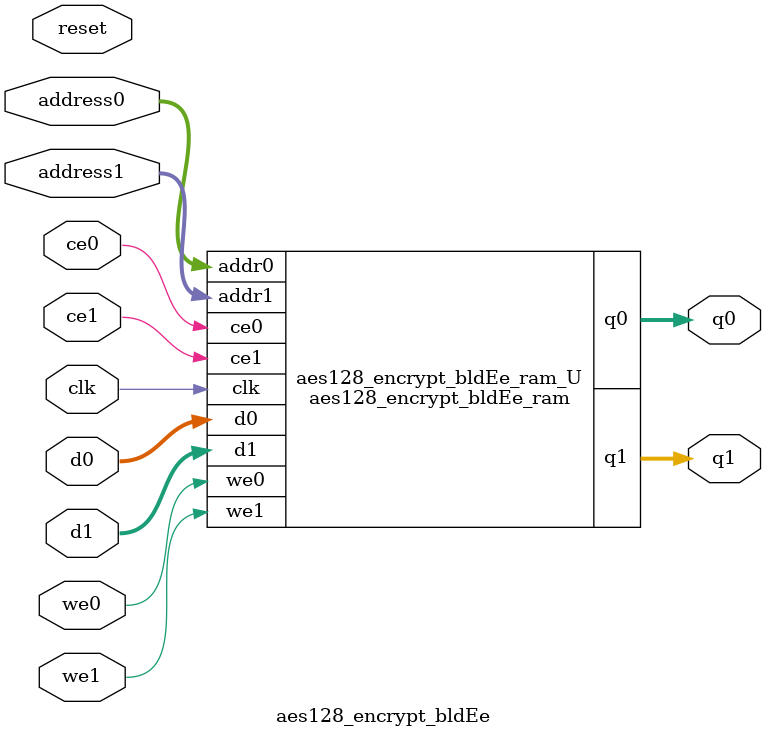
<source format=v>
`timescale 1 ns / 1 ps
module aes128_encrypt_bldEe_ram (addr0, ce0, d0, we0, q0, addr1, ce1, d1, we1, q1,  clk);

parameter DWIDTH = 8;
parameter AWIDTH = 4;
parameter MEM_SIZE = 16;

input[AWIDTH-1:0] addr0;
input ce0;
input[DWIDTH-1:0] d0;
input we0;
output reg[DWIDTH-1:0] q0;
input[AWIDTH-1:0] addr1;
input ce1;
input[DWIDTH-1:0] d1;
input we1;
output reg[DWIDTH-1:0] q1;
input clk;

(* ram_style = "block" *)reg [DWIDTH-1:0] ram[0:MEM_SIZE-1];




always @(posedge clk)  
begin 
    if (ce0) 
    begin
        if (we0) 
        begin 
            ram[addr0] <= d0; 
        end 
        q0 <= ram[addr0];
    end
end


always @(posedge clk)  
begin 
    if (ce1) 
    begin
        if (we1) 
        begin 
            ram[addr1] <= d1; 
        end 
        q1 <= ram[addr1];
    end
end


endmodule

`timescale 1 ns / 1 ps
module aes128_encrypt_bldEe(
    reset,
    clk,
    address0,
    ce0,
    we0,
    d0,
    q0,
    address1,
    ce1,
    we1,
    d1,
    q1);

parameter DataWidth = 32'd8;
parameter AddressRange = 32'd16;
parameter AddressWidth = 32'd4;
input reset;
input clk;
input[AddressWidth - 1:0] address0;
input ce0;
input we0;
input[DataWidth - 1:0] d0;
output[DataWidth - 1:0] q0;
input[AddressWidth - 1:0] address1;
input ce1;
input we1;
input[DataWidth - 1:0] d1;
output[DataWidth - 1:0] q1;



aes128_encrypt_bldEe_ram aes128_encrypt_bldEe_ram_U(
    .clk( clk ),
    .addr0( address0 ),
    .ce0( ce0 ),
    .we0( we0 ),
    .d0( d0 ),
    .q0( q0 ),
    .addr1( address1 ),
    .ce1( ce1 ),
    .we1( we1 ),
    .d1( d1 ),
    .q1( q1 ));

endmodule


</source>
